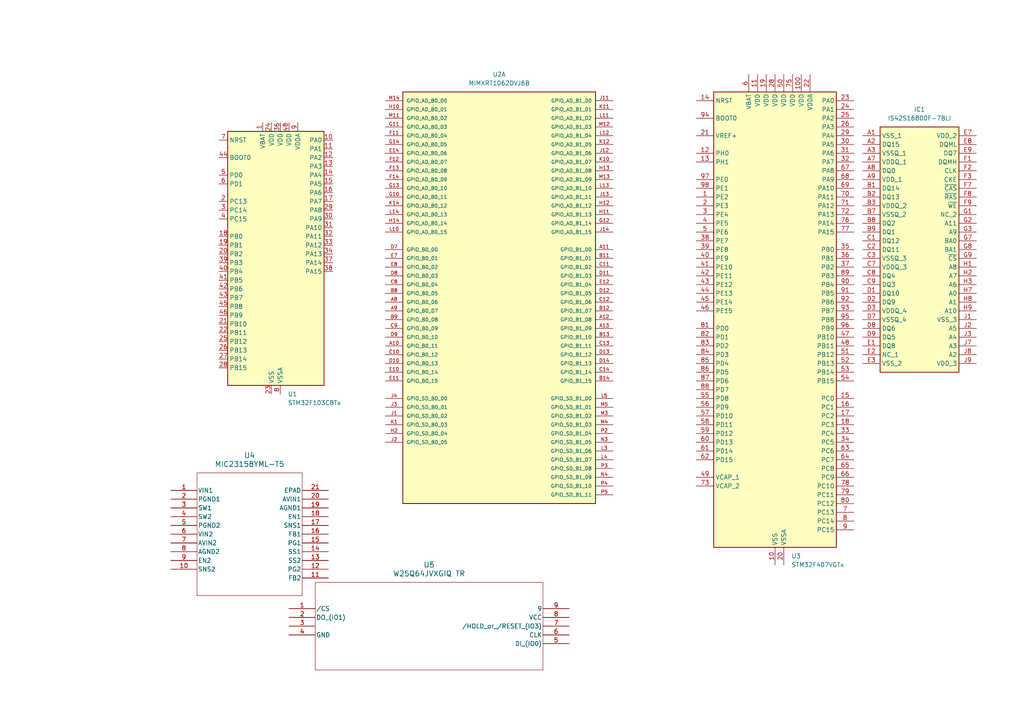
<source format=kicad_sch>
(kicad_sch (version 20231120) (generator "eeschema") (generator_version "8.0")
  (paper "A4")
  (lib_symbols
    (symbol "2024-07-12_15-55-32:MIC23158YML-T5" (pin_names (offset 0.254))
      (property "Reference" "U" (at 22.86 10.16 0))
      (property "Value" "MIC23158YML-T5" (at 22.86 7.62 0))
      (symbol "MIC23158YML-T5_0_1"
        (polyline (pts (xy 7.62 -30.48) (xy 38.1 -30.48)) (stroke (width 0.127)))
        (polyline (pts (xy 7.62 5.08) (xy 7.62 -30.48)) (stroke (width 0.127)))
        (polyline (pts (xy 38.1 -30.48) (xy 38.1 5.08)) (stroke (width 0.127)))
        (polyline (pts (xy 38.1 5.08) (xy 7.62 5.08)) (stroke (width 0.127)))
        (pin input line (at 0 0 0) (length 7.62) (name "VIN1") (number "1"))
        (pin input line (at 0 -22.86 0) (length 7.62) (name "SNS2") (number "10"))
        (pin input line (at 45.72 -25.4 180) (length 7.62) (name "FB2") (number "11"))
        (pin output line (at 45.72 -22.86 180) (length 7.62) (name "PG2") (number "12"))
        (pin unspecified line (at 45.72 -20.32 180) (length 7.62) (name "SS2") (number "13"))
        (pin unspecified line (at 45.72 -17.78 180) (length 7.62) (name "SS1") (number "14"))
        (pin output line (at 45.72 -15.24 180) (length 7.62) (name "PG1") (number "15"))
        (pin input line (at 45.72 -12.7 180) (length 7.62) (name "FB1") (number "16"))
        (pin input line (at 45.72 -10.16 180) (length 7.62) (name "SNS1") (number "17"))
        (pin input line (at 45.72 -7.62 180) (length 7.62) (name "EN1") (number "18"))
        (pin power_in line (at 45.72 -5.08 180) (length 7.62) (name "AGND1") (number "19"))
        (pin power_in line (at 0 -2.54 0) (length 7.62) (name "PGND1") (number "2"))
        (pin input line (at 45.72 -2.54 180) (length 7.62) (name "AVIN1") (number "20"))
        (pin unspecified line (at 45.72 0 180) (length 7.62) (name "EPAD") (number "21"))
        (pin output line (at 0 -5.08 0) (length 7.62) (name "SW1") (number "3"))
        (pin output line (at 0 -7.62 0) (length 7.62) (name "SW2") (number "4"))
        (pin power_in line (at 0 -10.16 0) (length 7.62) (name "PGND2") (number "5"))
        (pin input line (at 0 -12.7 0) (length 7.62) (name "VIN2") (number "6"))
        (pin input line (at 0 -15.24 0) (length 7.62) (name "AVIN2") (number "7"))
        (pin power_in line (at 0 -17.78 0) (length 7.62) (name "AGND2") (number "8"))
        (pin input line (at 0 -20.32 0) (length 7.62) (name "EN2") (number "9"))
      )
    )
    (symbol "2024-07-12_16-00-58:W25Q64JVXGIQ_TR" (pin_names (offset 0.254))
      (property "Reference" "U" (at 40.64 12.7 0))
      (property "Value" "W25Q64JVXGIQ TR" (at 40.64 10.16 0))
      (symbol "W25Q64JVXGIQ_TR_0_1"
        (polyline (pts (xy 7.62 -17.78) (xy 73.66 -17.78)) (stroke (width 0.127)))
        (polyline (pts (xy 7.62 7.62) (xy 7.62 -17.78)) (stroke (width 0.127)))
        (polyline (pts (xy 73.66 -17.78) (xy 73.66 7.62)) (stroke (width 0.127)))
        (polyline (pts (xy 73.66 7.62) (xy 7.62 7.62)) (stroke (width 0.127)))
        (pin unspecified line (at 0 0 0) (length 7.62) (name "/CS") (number "1"))
        (pin unspecified line (at 0 -2.54 0) (length 7.62) (name "DO_(IO1)") (number "2"))
        (pin unspecified line (at 0 -5.08 0) (length 7.62) (name "") (number "3"))
        (pin power_out line (at 0 -7.62 0) (length 7.62) (name "GND") (number "4"))
        (pin unspecified line (at 81.28 -10.16 180) (length 7.62) (name "DI_(IO0)") (number "5"))
        (pin unspecified line (at 81.28 -7.62 180) (length 7.62) (name "CLK") (number "6"))
        (pin unspecified line (at 81.28 -5.08 180) (length 7.62) (name "/HOLD_or_/RESET_(IO3)") (number "7"))
        (pin power_in line (at 81.28 -2.54 180) (length 7.62) (name "VCC") (number "8"))
        (pin unspecified line (at 81.28 0 180) (length 7.62) (name "9") (number "9"))
      )
    )
    (symbol "IS42S16800F-7BLI:IS42S16800F-7BLI"
      (property "Reference" "IC" (at 29.21 7.62 0))
      (property "Value" "IS42S16800F-7BLI" (at 29.21 5.08 0))
      (symbol "IS42S16800F-7BLI_1_1"
        (rectangle (start 5.08 2.54) (end 27.94 -68.58) (stroke (width 0.254)) (fill (type background)))
        (pin passive line (at 0 0 0) (length 5.08) (name "VSS_1") (number "A1"))
        (pin passive line (at 0 -2.54 0) (length 5.08) (name "DQ15") (number "A2"))
        (pin passive line (at 0 -5.08 0) (length 5.08) (name "VSSQ_1") (number "A3"))
        (pin passive line (at 0 -7.62 0) (length 5.08) (name "VDDQ_1") (number "A7"))
        (pin passive line (at 0 -10.16 0) (length 5.08) (name "DQ0") (number "A8"))
        (pin passive line (at 0 -12.7 0) (length 5.08) (name "VDD_1") (number "A9"))
        (pin passive line (at 0 -15.24 0) (length 5.08) (name "DQ14") (number "B1"))
        (pin passive line (at 0 -17.78 0) (length 5.08) (name "DQ13") (number "B2"))
        (pin passive line (at 0 -20.32 0) (length 5.08) (name "VDDQ_2") (number "B3"))
        (pin passive line (at 0 -22.86 0) (length 5.08) (name "VSSQ_2") (number "B7"))
        (pin passive line (at 0 -25.4 0) (length 5.08) (name "DQ2") (number "B8"))
        (pin passive line (at 0 -27.94 0) (length 5.08) (name "DQ1") (number "B9"))
        (pin passive line (at 0 -30.48 0) (length 5.08) (name "DQ12") (number "C1"))
        (pin passive line (at 0 -33.02 0) (length 5.08) (name "DQ11") (number "C2"))
        (pin passive line (at 0 -35.56 0) (length 5.08) (name "VSSQ_3") (number "C3"))
        (pin passive line (at 0 -38.1 0) (length 5.08) (name "VDDQ_3") (number "C7"))
        (pin passive line (at 0 -40.64 0) (length 5.08) (name "DQ4") (number "C8"))
        (pin passive line (at 0 -43.18 0) (length 5.08) (name "DQ3") (number "C9"))
        (pin passive line (at 0 -45.72 0) (length 5.08) (name "DQ10") (number "D1"))
        (pin passive line (at 0 -48.26 0) (length 5.08) (name "DQ9") (number "D2"))
        (pin passive line (at 0 -50.8 0) (length 5.08) (name "VDDQ_4") (number "D3"))
        (pin passive line (at 0 -53.34 0) (length 5.08) (name "VSSQ_4") (number "D7"))
        (pin passive line (at 0 -55.88 0) (length 5.08) (name "DQ6") (number "D8"))
        (pin passive line (at 0 -58.42 0) (length 5.08) (name "DQ5") (number "D9"))
        (pin passive line (at 0 -60.96 0) (length 5.08) (name "DQ8") (number "E1"))
        (pin passive line (at 0 -63.5 0) (length 5.08) (name "NC_1") (number "E2"))
        (pin passive line (at 0 -66.04 0) (length 5.08) (name "VSS_2") (number "E3"))
        (pin passive line (at 33.02 0 180) (length 5.08) (name "VDD_2") (number "E7"))
        (pin passive line (at 33.02 -2.54 180) (length 5.08) (name "DQML") (number "E8"))
        (pin passive line (at 33.02 -5.08 180) (length 5.08) (name "DQ7") (number "E9"))
        (pin passive line (at 33.02 -7.62 180) (length 5.08) (name "DQMH") (number "F1"))
        (pin passive line (at 33.02 -10.16 180) (length 5.08) (name "CLK") (number "F2"))
        (pin passive line (at 33.02 -12.7 180) (length 5.08) (name "CKE") (number "F3"))
        (pin passive line (at 33.02 -15.24 180) (length 5.08) (name "~{CAS}") (number "F7"))
        (pin passive line (at 33.02 -17.78 180) (length 5.08) (name "~{RAS}") (number "F8"))
        (pin passive line (at 33.02 -20.32 180) (length 5.08) (name "~{WE}") (number "F9"))
        (pin passive line (at 33.02 -22.86 180) (length 5.08) (name "NC_2") (number "G1"))
        (pin passive line (at 33.02 -25.4 180) (length 5.08) (name "A11") (number "G2"))
        (pin passive line (at 33.02 -27.94 180) (length 5.08) (name "A9") (number "G3"))
        (pin passive line (at 33.02 -30.48 180) (length 5.08) (name "BA0") (number "G7"))
        (pin passive line (at 33.02 -33.02 180) (length 5.08) (name "BA1") (number "G8"))
        (pin passive line (at 33.02 -35.56 180) (length 5.08) (name "~{CS}") (number "G9"))
        (pin passive line (at 33.02 -38.1 180) (length 5.08) (name "A8") (number "H1"))
        (pin passive line (at 33.02 -40.64 180) (length 5.08) (name "A7") (number "H2"))
        (pin passive line (at 33.02 -43.18 180) (length 5.08) (name "A6") (number "H3"))
        (pin passive line (at 33.02 -45.72 180) (length 5.08) (name "A0") (number "H7"))
        (pin passive line (at 33.02 -48.26 180) (length 5.08) (name "A1") (number "H8"))
        (pin passive line (at 33.02 -50.8 180) (length 5.08) (name "A10") (number "H9"))
        (pin passive line (at 33.02 -53.34 180) (length 5.08) (name "VSS_3") (number "J1"))
        (pin passive line (at 33.02 -55.88 180) (length 5.08) (name "A5") (number "J2"))
        (pin passive line (at 33.02 -58.42 180) (length 5.08) (name "A4") (number "J3"))
        (pin passive line (at 33.02 -60.96 180) (length 5.08) (name "A3") (number "J7"))
        (pin passive line (at 33.02 -63.5 180) (length 5.08) (name "A2") (number "J8"))
        (pin passive line (at 33.02 -66.04 180) (length 5.08) (name "VDD_3") (number "J9"))
      )
    )
    (symbol "MCU_ST_STM32F1:STM32F103C8Tx"
      (property "Reference" "U" (at -12.7 39.37 0))
      (property "Value" "STM32F103C8Tx" (at 10.16 39.37 0))
      (symbol "STM32F103C8Tx_0_1"
        (rectangle (start -12.7 -35.56) (end 15.24 38.1) (stroke (width 0.254)) (fill (type background)))
      )
      (symbol "STM32F103C8Tx_1_1"
        (pin power_in line (at -2.54 40.64 270) (length 2.54) (name "VBAT") (number "1"))
        (pin bidirectional line (at 17.78 35.56 180) (length 2.54) (name "PA0") (number "10"))
        (pin bidirectional line (at 17.78 33.02 180) (length 2.54) (name "PA1") (number "11"))
        (pin bidirectional line (at 17.78 30.48 180) (length 2.54) (name "PA2") (number "12"))
        (pin bidirectional line (at 17.78 27.94 180) (length 2.54) (name "PA3") (number "13"))
        (pin bidirectional line (at 17.78 25.4 180) (length 2.54) (name "PA4") (number "14"))
        (pin bidirectional line (at 17.78 22.86 180) (length 2.54) (name "PA5") (number "15"))
        (pin bidirectional line (at 17.78 20.32 180) (length 2.54) (name "PA6") (number "16"))
        (pin bidirectional line (at 17.78 17.78 180) (length 2.54) (name "PA7") (number "17"))
        (pin bidirectional line (at -15.24 7.62 0) (length 2.54) (name "PB0") (number "18"))
        (pin bidirectional line (at -15.24 5.08 0) (length 2.54) (name "PB1") (number "19"))
        (pin bidirectional line (at -15.24 17.78 0) (length 2.54) (name "PC13") (number "2"))
        (pin bidirectional line (at -15.24 2.54 0) (length 2.54) (name "PB2") (number "20"))
        (pin bidirectional line (at -15.24 -17.78 0) (length 2.54) (name "PB10") (number "21"))
        (pin bidirectional line (at -15.24 -20.32 0) (length 2.54) (name "PB11") (number "22"))
        (pin power_in line (at 0 -38.1 90) (length 2.54) (name "VSS") (number "23"))
        (pin power_in line (at 0 40.64 270) (length 2.54) (name "VDD") (number "24"))
        (pin bidirectional line (at -15.24 -22.86 0) (length 2.54) (name "PB12") (number "25"))
        (pin bidirectional line (at -15.24 -25.4 0) (length 2.54) (name "PB13") (number "26"))
        (pin bidirectional line (at -15.24 -27.94 0) (length 2.54) (name "PB14") (number "27"))
        (pin bidirectional line (at -15.24 -30.48 0) (length 2.54) (name "PB15") (number "28"))
        (pin bidirectional line (at 17.78 15.24 180) (length 2.54) (name "PA8") (number "29"))
        (pin bidirectional line (at -15.24 15.24 0) (length 2.54) (name "PC14") (number "3"))
        (pin bidirectional line (at 17.78 12.7 180) (length 2.54) (name "PA9") (number "30"))
        (pin bidirectional line (at 17.78 10.16 180) (length 2.54) (name "PA10") (number "31"))
        (pin bidirectional line (at 17.78 7.62 180) (length 2.54) (name "PA11") (number "32"))
        (pin bidirectional line (at 17.78 5.08 180) (length 2.54) (name "PA12") (number "33"))
        (pin bidirectional line (at 17.78 2.54 180) (length 2.54) (name "PA13") (number "34"))
        (pin passive line (at 0 -38.1 90) (length 2.54) hide (name "VSS") (number "35"))
        (pin power_in line (at 2.54 40.64 270) (length 2.54) (name "VDD") (number "36"))
        (pin bidirectional line (at 17.78 0 180) (length 2.54) (name "PA14") (number "37"))
        (pin bidirectional line (at 17.78 -2.54 180) (length 2.54) (name "PA15") (number "38"))
        (pin bidirectional line (at -15.24 0 0) (length 2.54) (name "PB3") (number "39"))
        (pin bidirectional line (at -15.24 12.7 0) (length 2.54) (name "PC15") (number "4"))
        (pin bidirectional line (at -15.24 -2.54 0) (length 2.54) (name "PB4") (number "40"))
        (pin bidirectional line (at -15.24 -5.08 0) (length 2.54) (name "PB5") (number "41"))
        (pin bidirectional line (at -15.24 -7.62 0) (length 2.54) (name "PB6") (number "42"))
        (pin bidirectional line (at -15.24 -10.16 0) (length 2.54) (name "PB7") (number "43"))
        (pin input line (at -15.24 30.48 0) (length 2.54) (name "BOOT0") (number "44"))
        (pin bidirectional line (at -15.24 -12.7 0) (length 2.54) (name "PB8") (number "45"))
        (pin bidirectional line (at -15.24 -15.24 0) (length 2.54) (name "PB9") (number "46"))
        (pin passive line (at 0 -38.1 90) (length 2.54) hide (name "VSS") (number "47"))
        (pin power_in line (at 5.08 40.64 270) (length 2.54) (name "VDD") (number "48"))
        (pin bidirectional line (at -15.24 25.4 0) (length 2.54) (name "PD0") (number "5"))
        (pin bidirectional line (at -15.24 22.86 0) (length 2.54) (name "PD1") (number "6"))
        (pin input line (at -15.24 35.56 0) (length 2.54) (name "NRST") (number "7"))
        (pin power_in line (at 2.54 -38.1 90) (length 2.54) (name "VSSA") (number "8"))
        (pin power_in line (at 7.62 40.64 270) (length 2.54) (name "VDDA") (number "9"))
      )
    )
    (symbol "MCU_ST_STM32F4:STM32F407VGTx"
      (property "Reference" "U" (at -17.78 67.31 0))
      (property "Value" "STM32F407VGTx" (at 12.7 67.31 0))
      (symbol "STM32F407VGTx_0_1"
        (rectangle (start -17.78 -66.04) (end 17.78 66.04) (stroke (width 0.254)) (fill (type background)))
      )
      (symbol "STM32F407VGTx_1_1"
        (pin bidirectional line (at -22.86 35.56 0) (length 5.08) (name "PE2") (number "1"))
        (pin power_in line (at 0 -71.12 90) (length 5.08) (name "VSS") (number "10"))
        (pin power_in line (at 7.62 71.12 270) (length 5.08) (name "VDD") (number "100"))
        (pin power_in line (at -5.08 71.12 270) (length 5.08) (name "VDD") (number "11"))
        (pin bidirectional line (at -22.86 48.26 0) (length 5.08) (name "PH0") (number "12"))
        (pin bidirectional line (at -22.86 45.72 0) (length 5.08) (name "PH1") (number "13"))
        (pin input line (at -22.86 63.5 0) (length 5.08) (name "NRST") (number "14"))
        (pin bidirectional line (at 22.86 -22.86 180) (length 5.08) (name "PC0") (number "15"))
        (pin bidirectional line (at 22.86 -25.4 180) (length 5.08) (name "PC1") (number "16"))
        (pin bidirectional line (at 22.86 -27.94 180) (length 5.08) (name "PC2") (number "17"))
        (pin bidirectional line (at 22.86 -30.48 180) (length 5.08) (name "PC3") (number "18"))
        (pin power_in line (at -2.54 71.12 270) (length 5.08) (name "VDD") (number "19"))
        (pin bidirectional line (at -22.86 33.02 0) (length 5.08) (name "PE3") (number "2"))
        (pin power_in line (at 2.54 -71.12 90) (length 5.08) (name "VSSA") (number "20"))
        (pin input line (at -22.86 53.34 0) (length 5.08) (name "VREF+") (number "21"))
        (pin power_in line (at 10.16 71.12 270) (length 5.08) (name "VDDA") (number "22"))
        (pin bidirectional line (at 22.86 63.5 180) (length 5.08) (name "PA0") (number "23"))
        (pin bidirectional line (at 22.86 60.96 180) (length 5.08) (name "PA1") (number "24"))
        (pin bidirectional line (at 22.86 58.42 180) (length 5.08) (name "PA2") (number "25"))
        (pin bidirectional line (at 22.86 55.88 180) (length 5.08) (name "PA3") (number "26"))
        (pin passive line (at 0 -71.12 90) (length 5.08) hide (name "VSS") (number "27"))
        (pin power_in line (at 0 71.12 270) (length 5.08) (name "VDD") (number "28"))
        (pin bidirectional line (at 22.86 53.34 180) (length 5.08) (name "PA4") (number "29"))
        (pin bidirectional line (at -22.86 30.48 0) (length 5.08) (name "PE4") (number "3"))
        (pin bidirectional line (at 22.86 50.8 180) (length 5.08) (name "PA5") (number "30"))
        (pin bidirectional line (at 22.86 48.26 180) (length 5.08) (name "PA6") (number "31"))
        (pin bidirectional line (at 22.86 45.72 180) (length 5.08) (name "PA7") (number "32"))
        (pin bidirectional line (at 22.86 -33.02 180) (length 5.08) (name "PC4") (number "33"))
        (pin bidirectional line (at 22.86 -35.56 180) (length 5.08) (name "PC5") (number "34"))
        (pin bidirectional line (at 22.86 20.32 180) (length 5.08) (name "PB0") (number "35"))
        (pin bidirectional line (at 22.86 17.78 180) (length 5.08) (name "PB1") (number "36"))
        (pin bidirectional line (at 22.86 15.24 180) (length 5.08) (name "PB2") (number "37"))
        (pin bidirectional line (at -22.86 22.86 0) (length 5.08) (name "PE7") (number "38"))
        (pin bidirectional line (at -22.86 20.32 0) (length 5.08) (name "PE8") (number "39"))
        (pin bidirectional line (at -22.86 27.94 0) (length 5.08) (name "PE5") (number "4"))
        (pin bidirectional line (at -22.86 17.78 0) (length 5.08) (name "PE9") (number "40"))
        (pin bidirectional line (at -22.86 15.24 0) (length 5.08) (name "PE10") (number "41"))
        (pin bidirectional line (at -22.86 12.7 0) (length 5.08) (name "PE11") (number "42"))
        (pin bidirectional line (at -22.86 10.16 0) (length 5.08) (name "PE12") (number "43"))
        (pin bidirectional line (at -22.86 7.62 0) (length 5.08) (name "PE13") (number "44"))
        (pin bidirectional line (at -22.86 5.08 0) (length 5.08) (name "PE14") (number "45"))
        (pin bidirectional line (at -22.86 2.54 0) (length 5.08) (name "PE15") (number "46"))
        (pin bidirectional line (at 22.86 -5.08 180) (length 5.08) (name "PB10") (number "47"))
        (pin bidirectional line (at 22.86 -7.62 180) (length 5.08) (name "PB11") (number "48"))
        (pin power_out line (at -22.86 -45.72 0) (length 5.08) (name "VCAP_1") (number "49"))
        (pin bidirectional line (at -22.86 25.4 0) (length 5.08) (name "PE6") (number "5"))
        (pin power_in line (at 2.54 71.12 270) (length 5.08) (name "VDD") (number "50"))
        (pin bidirectional line (at 22.86 -10.16 180) (length 5.08) (name "PB12") (number "51"))
        (pin bidirectional line (at 22.86 -12.7 180) (length 5.08) (name "PB13") (number "52"))
        (pin bidirectional line (at 22.86 -15.24 180) (length 5.08) (name "PB14") (number "53"))
        (pin bidirectional line (at 22.86 -17.78 180) (length 5.08) (name "PB15") (number "54"))
        (pin bidirectional line (at -22.86 -22.86 0) (length 5.08) (name "PD8") (number "55"))
        (pin bidirectional line (at -22.86 -25.4 0) (length 5.08) (name "PD9") (number "56"))
        (pin bidirectional line (at -22.86 -27.94 0) (length 5.08) (name "PD10") (number "57"))
        (pin bidirectional line (at -22.86 -30.48 0) (length 5.08) (name "PD11") (number "58"))
        (pin bidirectional line (at -22.86 -33.02 0) (length 5.08) (name "PD12") (number "59"))
        (pin power_in line (at -7.62 71.12 270) (length 5.08) (name "VBAT") (number "6"))
        (pin bidirectional line (at -22.86 -35.56 0) (length 5.08) (name "PD13") (number "60"))
        (pin bidirectional line (at -22.86 -38.1 0) (length 5.08) (name "PD14") (number "61"))
        (pin bidirectional line (at -22.86 -40.64 0) (length 5.08) (name "PD15") (number "62"))
        (pin bidirectional line (at 22.86 -38.1 180) (length 5.08) (name "PC6") (number "63"))
        (pin bidirectional line (at 22.86 -40.64 180) (length 5.08) (name "PC7") (number "64"))
        (pin bidirectional line (at 22.86 -43.18 180) (length 5.08) (name "PC8") (number "65"))
        (pin bidirectional line (at 22.86 -45.72 180) (length 5.08) (name "PC9") (number "66"))
        (pin bidirectional line (at 22.86 43.18 180) (length 5.08) (name "PA8") (number "67"))
        (pin bidirectional line (at 22.86 40.64 180) (length 5.08) (name "PA9") (number "68"))
        (pin bidirectional line (at 22.86 38.1 180) (length 5.08) (name "PA10") (number "69"))
        (pin bidirectional line (at 22.86 -55.88 180) (length 5.08) (name "PC13") (number "7"))
        (pin bidirectional line (at 22.86 35.56 180) (length 5.08) (name "PA11") (number "70"))
        (pin bidirectional line (at 22.86 33.02 180) (length 5.08) (name "PA12") (number "71"))
        (pin bidirectional line (at 22.86 30.48 180) (length 5.08) (name "PA13") (number "72"))
        (pin power_out line (at -22.86 -48.26 0) (length 5.08) (name "VCAP_2") (number "73"))
        (pin passive line (at 0 -71.12 90) (length 5.08) hide (name "VSS") (number "74"))
        (pin power_in line (at 5.08 71.12 270) (length 5.08) (name "VDD") (number "75"))
        (pin bidirectional line (at 22.86 27.94 180) (length 5.08) (name "PA14") (number "76"))
        (pin bidirectional line (at 22.86 25.4 180) (length 5.08) (name "PA15") (number "77"))
        (pin bidirectional line (at 22.86 -48.26 180) (length 5.08) (name "PC10") (number "78"))
        (pin bidirectional line (at 22.86 -50.8 180) (length 5.08) (name "PC11") (number "79"))
        (pin bidirectional line (at 22.86 -58.42 180) (length 5.08) (name "PC14") (number "8"))
        (pin bidirectional line (at 22.86 -53.34 180) (length 5.08) (name "PC12") (number "80"))
        (pin bidirectional line (at -22.86 -2.54 0) (length 5.08) (name "PD0") (number "81"))
        (pin bidirectional line (at -22.86 -5.08 0) (length 5.08) (name "PD1") (number "82"))
        (pin bidirectional line (at -22.86 -7.62 0) (length 5.08) (name "PD2") (number "83"))
        (pin bidirectional line (at -22.86 -10.16 0) (length 5.08) (name "PD3") (number "84"))
        (pin bidirectional line (at -22.86 -12.7 0) (length 5.08) (name "PD4") (number "85"))
        (pin bidirectional line (at -22.86 -15.24 0) (length 5.08) (name "PD5") (number "86"))
        (pin bidirectional line (at -22.86 -17.78 0) (length 5.08) (name "PD6") (number "87"))
        (pin bidirectional line (at -22.86 -20.32 0) (length 5.08) (name "PD7") (number "88"))
        (pin bidirectional line (at 22.86 12.7 180) (length 5.08) (name "PB3") (number "89"))
        (pin bidirectional line (at 22.86 -60.96 180) (length 5.08) (name "PC15") (number "9"))
        (pin bidirectional line (at 22.86 10.16 180) (length 5.08) (name "PB4") (number "90"))
        (pin bidirectional line (at 22.86 7.62 180) (length 5.08) (name "PB5") (number "91"))
        (pin bidirectional line (at 22.86 5.08 180) (length 5.08) (name "PB6") (number "92"))
        (pin bidirectional line (at 22.86 2.54 180) (length 5.08) (name "PB7") (number "93"))
        (pin input line (at -22.86 58.42 0) (length 5.08) (name "BOOT0") (number "94"))
        (pin bidirectional line (at 22.86 0 180) (length 5.08) (name "PB8") (number "95"))
        (pin bidirectional line (at 22.86 -2.54 180) (length 5.08) (name "PB9") (number "96"))
        (pin bidirectional line (at -22.86 40.64 0) (length 5.08) (name "PE0") (number "97"))
        (pin bidirectional line (at -22.86 38.1 0) (length 5.08) (name "PE1") (number "98"))
        (pin passive line (at 0 -71.12 90) (length 5.08) hide (name "VSS") (number "99"))
      )
    )
    (symbol "MIMXRT1062DVJ6B:MIMXRT1062DVJ6B" (pin_names (offset 1.016))
      (property "Reference" "U" (at -28.0011 59.312 0))
      (property "Value" "MIMXRT1062DVJ6B" (at -27.9864 -63.702 0))
      (symbol "MIMXRT1062DVJ6B_1_0"
        (rectangle (start -27.94 -60.96) (end 27.94 58.42) (stroke (width 0.254)) (fill (type background)))
        (pin bidirectional line (at -33.02 -15.24 0) (length 5.08) (name "GPIO_B0_11") (number "A10"))
        (pin bidirectional line (at 33.02 12.7 180) (length 5.08) (name "GPIO_B1_00") (number "A11"))
        (pin bidirectional line (at 33.02 -7.62 180) (length 5.08) (name "GPIO_B1_08") (number "A12"))
        (pin bidirectional line (at 33.02 -10.16 180) (length 5.08) (name "GPIO_B1_09") (number "A13"))
        (pin bidirectional line (at -33.02 -2.54 0) (length 5.08) (name "GPIO_B0_06") (number "A8"))
        (pin bidirectional line (at -33.02 -5.08 0) (length 5.08) (name "GPIO_B0_07") (number "A9"))
        (pin bidirectional line (at 33.02 10.16 180) (length 5.08) (name "GPIO_B1_01") (number "B11"))
        (pin bidirectional line (at 33.02 -5.08 180) (length 5.08) (name "GPIO_B1_07") (number "B12"))
        (pin bidirectional line (at 33.02 -12.7 180) (length 5.08) (name "GPIO_B1_10") (number "B13"))
        (pin bidirectional line (at 33.02 -25.4 180) (length 5.08) (name "GPIO_B1_15") (number "B14"))
        (pin bidirectional line (at -33.02 0 0) (length 5.08) (name "GPIO_B0_05") (number "B8"))
        (pin bidirectional line (at -33.02 -7.62 0) (length 5.08) (name "GPIO_B0_08") (number "B9"))
        (pin bidirectional line (at -33.02 -17.78 0) (length 5.08) (name "GPIO_B0_12") (number "C10"))
        (pin bidirectional line (at 33.02 7.62 180) (length 5.08) (name "GPIO_B1_02") (number "C11"))
        (pin bidirectional line (at 33.02 -2.54 180) (length 5.08) (name "GPIO_B1_06") (number "C12"))
        (pin bidirectional line (at 33.02 -15.24 180) (length 5.08) (name "GPIO_B1_11") (number "C13"))
        (pin bidirectional line (at 33.02 -22.86 180) (length 5.08) (name "GPIO_B1_14") (number "C14"))
        (pin bidirectional line (at -33.02 2.54 0) (length 5.08) (name "GPIO_B0_04") (number "C8"))
        (pin bidirectional line (at -33.02 -10.16 0) (length 5.08) (name "GPIO_B0_09") (number "C9"))
        (pin bidirectional line (at -33.02 -20.32 0) (length 5.08) (name "GPIO_B0_13") (number "D10"))
        (pin bidirectional line (at 33.02 5.08 180) (length 5.08) (name "GPIO_B1_03") (number "D11"))
        (pin bidirectional line (at 33.02 0 180) (length 5.08) (name "GPIO_B1_05") (number "D12"))
        (pin bidirectional line (at 33.02 -17.78 180) (length 5.08) (name "GPIO_B1_12") (number "D13"))
        (pin bidirectional line (at 33.02 -20.32 180) (length 5.08) (name "GPIO_B1_13") (number "D14"))
        (pin bidirectional line (at -33.02 12.7 0) (length 5.08) (name "GPIO_B0_00") (number "D7"))
        (pin bidirectional line (at -33.02 5.08 0) (length 5.08) (name "GPIO_B0_03") (number "D8"))
        (pin bidirectional line (at -33.02 -12.7 0) (length 5.08) (name "GPIO_B0_10") (number "D9"))
        (pin bidirectional line (at -33.02 -22.86 0) (length 5.08) (name "GPIO_B0_14") (number "E10"))
        (pin bidirectional line (at -33.02 -25.4 0) (length 5.08) (name "GPIO_B0_15") (number "E11"))
        (pin bidirectional line (at 33.02 2.54 180) (length 5.08) (name "GPIO_B1_04") (number "E12"))
        (pin bidirectional line (at -33.02 40.64 0) (length 5.08) (name "GPIO_AD_B0_06") (number "E14"))
        (pin bidirectional line (at -33.02 10.16 0) (length 5.08) (name "GPIO_B0_01") (number "E7"))
        (pin bidirectional line (at -33.02 7.62 0) (length 5.08) (name "GPIO_B0_02") (number "E8"))
        (pin bidirectional line (at -33.02 45.72 0) (length 5.08) (name "GPIO_AD_B0_04") (number "F11"))
        (pin bidirectional line (at -33.02 38.1 0) (length 5.08) (name "GPIO_AD_B0_07") (number "F12"))
        (pin bidirectional line (at -33.02 35.56 0) (length 5.08) (name "GPIO_AD_B0_08") (number "F13"))
        (pin bidirectional line (at -33.02 33.02 0) (length 5.08) (name "GPIO_AD_B0_09") (number "F14"))
        (pin bidirectional line (at -33.02 27.94 0) (length 5.08) (name "GPIO_AD_B0_11") (number "G10"))
        (pin bidirectional line (at -33.02 48.26 0) (length 5.08) (name "GPIO_AD_B0_03") (number "G11"))
        (pin bidirectional line (at 33.02 20.32 180) (length 5.08) (name "GPIO_AD_B1_14") (number "G12"))
        (pin bidirectional line (at -33.02 30.48 0) (length 5.08) (name "GPIO_AD_B0_10") (number "G13"))
        (pin bidirectional line (at -33.02 43.18 0) (length 5.08) (name "GPIO_AD_B0_05") (number "G14"))
        (pin bidirectional line (at -33.02 53.34 0) (length 5.08) (name "GPIO_AD_B0_01") (number "H10"))
        (pin bidirectional line (at 33.02 22.86 180) (length 5.08) (name "GPIO_AD_B1_13") (number "H11"))
        (pin bidirectional line (at 33.02 25.4 180) (length 5.08) (name "GPIO_AD_B1_12") (number "H12"))
        (pin bidirectional line (at 33.02 35.56 180) (length 5.08) (name "GPIO_AD_B1_08") (number "H13"))
        (pin bidirectional line (at -33.02 20.32 0) (length 5.08) (name "GPIO_AD_B0_14") (number "H14"))
        (pin bidirectional line (at -33.02 -40.64 0) (length 5.08) (name "GPIO_SD_B0_04") (number "H2"))
        (pin bidirectional line (at -33.02 -35.56 0) (length 5.08) (name "GPIO_SD_B0_02") (number "J1"))
        (pin bidirectional line (at 33.02 55.88 180) (length 5.08) (name "GPIO_AD_B1_00") (number "J11"))
        (pin bidirectional line (at 33.02 40.64 180) (length 5.08) (name "GPIO_AD_B1_06") (number "J12"))
        (pin bidirectional line (at 33.02 27.94 180) (length 5.08) (name "GPIO_AD_B1_11") (number "J13"))
        (pin bidirectional line (at 33.02 17.78 180) (length 5.08) (name "GPIO_AD_B1_15") (number "J14"))
        (pin bidirectional line (at -33.02 -43.18 0) (length 5.08) (name "GPIO_SD_B0_05") (number "J2"))
        (pin bidirectional line (at -33.02 -33.02 0) (length 5.08) (name "GPIO_SD_B0_01") (number "J3"))
        (pin bidirectional line (at -33.02 -30.48 0) (length 5.08) (name "GPIO_SD_B0_00") (number "J4"))
        (pin bidirectional line (at -33.02 -38.1 0) (length 5.08) (name "GPIO_SD_B0_03") (number "K1"))
        (pin bidirectional line (at 33.02 38.1 180) (length 5.08) (name "GPIO_AD_B1_07") (number "K10"))
        (pin bidirectional line (at 33.02 53.34 180) (length 5.08) (name "GPIO_AD_B1_01") (number "K11"))
        (pin bidirectional line (at 33.02 43.18 180) (length 5.08) (name "GPIO_AD_B1_05") (number "K12"))
        (pin bidirectional line (at -33.02 25.4 0) (length 5.08) (name "GPIO_AD_B0_12") (number "K14"))
        (pin bidirectional line (at -33.02 17.78 0) (length 5.08) (name "GPIO_AD_B0_15") (number "L10"))
        (pin bidirectional line (at 33.02 50.8 180) (length 5.08) (name "GPIO_AD_B1_02") (number "L11"))
        (pin bidirectional line (at 33.02 45.72 180) (length 5.08) (name "GPIO_AD_B1_04") (number "L12"))
        (pin bidirectional line (at 33.02 30.48 180) (length 5.08) (name "GPIO_AD_B1_10") (number "L13"))
        (pin bidirectional line (at -33.02 22.86 0) (length 5.08) (name "GPIO_AD_B0_13") (number "L14"))
        (pin bidirectional line (at 33.02 -45.72 180) (length 5.08) (name "GPIO_SD_B1_06") (number "L3"))
        (pin bidirectional line (at 33.02 -48.26 180) (length 5.08) (name "GPIO_SD_B1_07") (number "L4"))
        (pin bidirectional line (at 33.02 -30.48 180) (length 5.08) (name "GPIO_SD_B1_00") (number "L5"))
        (pin bidirectional line (at -33.02 50.8 0) (length 5.08) (name "GPIO_AD_B0_02") (number "M11"))
        (pin bidirectional line (at 33.02 48.26 180) (length 5.08) (name "GPIO_AD_B1_03") (number "M12"))
        (pin bidirectional line (at 33.02 33.02 180) (length 5.08) (name "GPIO_AD_B1_09") (number "M13"))
        (pin bidirectional line (at -33.02 55.88 0) (length 5.08) (name "GPIO_AD_B0_00") (number "M14"))
        (pin bidirectional line (at 33.02 -35.56 180) (length 5.08) (name "GPIO_SD_B1_02") (number "M3"))
        (pin bidirectional line (at 33.02 -38.1 180) (length 5.08) (name "GPIO_SD_B1_03") (number "M4"))
        (pin bidirectional line (at 33.02 -33.02 180) (length 5.08) (name "GPIO_SD_B1_01") (number "M5"))
        (pin bidirectional line (at 33.02 -43.18 180) (length 5.08) (name "GPIO_SD_B1_05") (number "N3"))
        (pin bidirectional line (at 33.02 -53.34 180) (length 5.08) (name "GPIO_SD_B1_09") (number "N4"))
        (pin bidirectional line (at 33.02 -40.64 180) (length 5.08) (name "GPIO_SD_B1_04") (number "P2"))
        (pin bidirectional line (at 33.02 -50.8 180) (length 5.08) (name "GPIO_SD_B1_08") (number "P3"))
        (pin bidirectional line (at 33.02 -55.88 180) (length 5.08) (name "GPIO_SD_B1_10") (number "P4"))
        (pin bidirectional line (at 33.02 -58.42 180) (length 5.08) (name "GPIO_SD_B1_11") (number "P5"))
      )
      (symbol "MIMXRT1062DVJ6B_2_0"
        (rectangle (start -27.94 -71.12) (end 27.94 71.12) (stroke (width 0.254)) (fill (type background)))
        (pin power_in line (at 33.02 -68.58 180) (length 5.08) (name "VSS") (number "A1"))
        (pin power_in line (at 33.02 -68.58 180) (length 5.08) (name "VSS") (number "A14"))
        (pin bidirectional line (at 33.02 -22.86 180) (length 5.08) (name "GPIO_EMC_27") (number "A2"))
        (pin bidirectional line (at -33.02 -60.96 0) (length 5.08) (name "GPIO_EMC_20") (number "A3"))
        (pin bidirectional line (at -33.02 -53.34 0) (length 5.08) (name "GPIO_EMC_17") (number "A4"))
        (pin bidirectional line (at -33.02 -50.8 0) (length 5.08) (name "GPIO_EMC_16") (number "A5"))
        (pin bidirectional line (at -33.02 -43.18 0) (length 5.08) (name "GPIO_EMC_13") (number "A6"))
        (pin bidirectional line (at 33.02 -55.88 180) (length 5.08) (name "GPIO_EMC_40") (number "A7"))
        (pin bidirectional line (at -33.02 -48.26 0) (length 5.08) (name "GPIO_EMC_15") (number "B1"))
        (pin power_in line (at 33.02 -68.58 180) (length 5.08) (name "VSS") (number "B10"))
        (pin bidirectional line (at -33.02 -55.88 0) (length 5.08) (name "GPIO_EMC_18") (number "B2"))
        (pin bidirectional line (at 33.02 -20.32 180) (length 5.08) (name "GPIO_EMC_26") (number "B3"))
        (pin bidirectional line (at -33.02 -58.42 0) (length 5.08) (name "GPIO_EMC_19") (number "B4"))
        (pin power_in line (at 33.02 -68.58 180) (length 5.08) (name "VSS") (number "B5"))
        (pin bidirectional line (at -33.02 -45.72 0) (length 5.08) (name "GPIO_EMC_14") (number "B6"))
        (pin bidirectional line (at 33.02 -53.34 180) (length 5.08) (name "GPIO_EMC_39") (number "B7"))
        (pin bidirectional line (at 33.02 -7.62 180) (length 5.08) (name "GPIO_EMC_21") (number "C1"))
        (pin bidirectional line (at -33.02 -33.02 0) (length 5.08) (name "GPIO_EMC_09") (number "C2"))
        (pin bidirectional line (at 33.02 -45.72 180) (length 5.08) (name "GPIO_EMC_36") (number "C3"))
        (pin bidirectional line (at 33.02 -38.1 180) (length 5.08) (name "GPIO_EMC_33") (number "C4"))
        (pin bidirectional line (at 33.02 -33.02 180) (length 5.08) (name "GPIO_EMC_31") (number "C5"))
        (pin bidirectional line (at 33.02 -30.48 180) (length 5.08) (name "GPIO_EMC_30") (number "C6"))
        (pin bidirectional line (at 33.02 -58.42 180) (length 5.08) (name "GPIO_EMC_41") (number "C7"))
        (pin bidirectional line (at 33.02 -25.4 180) (length 5.08) (name "GPIO_EMC_28") (number "D1"))
        (pin bidirectional line (at 33.02 -17.78 180) (length 5.08) (name "GPIO_EMC_25") (number "D2"))
        (pin bidirectional line (at 33.02 -15.24 180) (length 5.08) (name "GPIO_EMC_24") (number "D3"))
        (pin bidirectional line (at 33.02 -40.64 180) (length 5.08) (name "GPIO_EMC_34") (number "D4"))
        (pin bidirectional line (at 33.02 -35.56 180) (length 5.08) (name "GPIO_EMC_32") (number "D5"))
        (pin bidirectional line (at 33.02 -50.8 180) (length 5.08) (name "GPIO_EMC_38") (number "D6"))
        (pin bidirectional line (at 33.02 -27.94 180) (length 5.08) (name "GPIO_EMC_29") (number "E1"))
        (pin power_in line (at 33.02 -68.58 180) (length 5.08) (name "VSS") (number "E13"))
        (pin power_in line (at 33.02 -68.58 180) (length 5.08) (name "VSS") (number "E2"))
        (pin bidirectional line (at -33.02 -10.16 0) (length 5.08) (name "GPIO_EMC_00") (number "E3"))
        (pin bidirectional line (at 33.02 -48.26 180) (length 5.08) (name "GPIO_EMC_37") (number "E4"))
        (pin bidirectional line (at 33.02 -43.18 180) (length 5.08) (name "GPIO_EMC_35") (number "E5"))
        (pin power_in line (at 33.02 38.1 180) (length 5.08) (name "NVCC_EMC") (number "E6"))
        (pin power_in line (at 33.02 35.56 180) (length 5.08) (name "NVCC_GPIO") (number "E9"))
        (pin bidirectional line (at 33.02 -10.16 180) (length 5.08) (name "GPIO_EMC_22") (number "F1"))
        (pin power_in line (at 33.02 35.56 180) (length 5.08) (name "NVCC_GPIO") (number "F10"))
        (pin bidirectional line (at -33.02 -20.32 0) (length 5.08) (name "GPIO_EMC_04") (number "F2"))
        (pin bidirectional line (at -33.02 -12.7 0) (length 5.08) (name "GPIO_EMC_01") (number "F3"))
        (pin bidirectional line (at -33.02 -15.24 0) (length 5.08) (name "GPIO_EMC_02") (number "F4"))
        (pin power_in line (at 33.02 38.1 180) (length 5.08) (name "NVCC_EMC") (number "F5"))
        (pin power_in line (at 33.02 55.88 180) (length 5.08) (name "VDD_SOC_IN") (number "F6"))
        (pin power_in line (at 33.02 55.88 180) (length 5.08) (name "VDD_SOC_IN") (number "F7"))
        (pin power_in line (at 33.02 55.88 180) (length 5.08) (name "VDD_SOC_IN") (number "F8"))
        (pin power_in line (at 33.02 55.88 180) (length 5.08) (name "VDD_SOC_IN") (number "F9"))
        (pin bidirectional line (at -33.02 -35.56 0) (length 5.08) (name "GPIO_EMC_10") (number "G1"))
        (pin bidirectional line (at 33.02 -12.7 180) (length 5.08) (name "GPIO_EMC_23") (number "G2"))
        (pin bidirectional line (at -33.02 -38.1 0) (length 5.08) (name "GPIO_EMC_11") (number "G3"))
        (pin bidirectional line (at -33.02 -17.78 0) (length 5.08) (name "GPIO_EMC_03") (number "G4"))
        (pin bidirectional line (at -33.02 -22.86 0) (length 5.08) (name "GPIO_EMC_05") (number "G5"))
        (pin power_in line (at 33.02 55.88 180) (length 5.08) (name "VDD_SOC_IN") (number "G6"))
        (pin power_in line (at 33.02 -68.58 180) (length 5.08) (name "VSS") (number "G7"))
        (pin power_in line (at 33.02 -68.58 180) (length 5.08) (name "VSS") (number "G8"))
        (pin power_in line (at 33.02 55.88 180) (length 5.08) (name "VDD_SOC_IN") (number "G9"))
        (pin bidirectional line (at -33.02 -40.64 0) (length 5.08) (name "GPIO_EMC_12") (number "H1"))
        (pin bidirectional line (at -33.02 -30.48 0) (length 5.08) (name "GPIO_EMC_08") (number "H3"))
        (pin bidirectional line (at -33.02 -27.94 0) (length 5.08) (name "GPIO_EMC_07") (number "H4"))
        (pin bidirectional line (at -33.02 -25.4 0) (length 5.08) (name "GPIO_EMC_06") (number "H5"))
        (pin power_in line (at 33.02 55.88 180) (length 5.08) (name "VDD_SOC_IN") (number "H6"))
        (pin power_in line (at 33.02 -68.58 180) (length 5.08) (name "VSS") (number "H7"))
        (pin power_in line (at 33.02 -68.58 180) (length 5.08) (name "VSS") (number "H8"))
        (pin power_in line (at 33.02 55.88 180) (length 5.08) (name "VDD_SOC_IN") (number "H9"))
        (pin power_in line (at 33.02 35.56 180) (length 5.08) (name "NVCC_GPIO") (number "J10"))
        (pin power_in line (at 33.02 40.64 180) (length 5.08) (name "DCDC_SENSE") (number "J5"))
        (pin power_in line (at 33.02 30.48 180) (length 5.08) (name "NVCC_SD0") (number "J6"))
        (pin power_in line (at 33.02 -68.58 180) (length 5.08) (name "VSS") (number "J7"))
        (pin power_in line (at 33.02 -68.58 180) (length 5.08) (name "VSS") (number "J8"))
        (pin power_in line (at 33.02 55.88 180) (length 5.08) (name "VDD_SOC_IN") (number "J9"))
        (pin power_in line (at 33.02 -68.58 180) (length 5.08) (name "VSS") (number "K13"))
        (pin power_in line (at 33.02 -68.58 180) (length 5.08) (name "VSS") (number "K2"))
        (pin power_in line (at 33.02 43.18 180) (length 5.08) (name "DCDC_PSWITCH") (number "K3"))
        (pin power_in line (at 33.02 48.26 180) (length 5.08) (name "DCDC_IN_Q") (number "K4"))
        (pin power_in line (at 33.02 27.94 180) (length 5.08) (name "NVCC_SD1") (number "K5"))
        (pin bidirectional line (at -33.02 -2.54 0) (length 5.08) (name "TEST_MODE") (number "K6"))
        (pin bidirectional line (at 33.02 20.32 180) (length 5.08) (name "PMIC_ON_REQ") (number "K7"))
        (pin power_in line (at 33.02 53.34 180) (length 5.08) (name "VDD_USB_CAP") (number "K8"))
        (pin power_in line (at 33.02 -63.5 180) (length 5.08) (name "NGND_KEL0") (number "K9"))
        (pin power_in line (at 33.02 50.8 180) (length 5.08) (name "DCDC_IN") (number "L1"))
        (pin power_in line (at 33.02 50.8 180) (length 5.08) (name "DCDC_IN") (number "L2"))
        (pin bidirectional line (at -33.02 -5.08 0) (length 5.08) (name "WAKEUP") (number "L6"))
        (pin bidirectional line (at 33.02 17.78 180) (length 5.08) (name "PMIC_STBY_REQ") (number "L7"))
        (pin bidirectional line (at 33.02 7.62 180) (length 5.08) (name "USB_OTG1_DP") (number "L8"))
        (pin power_in line (at 33.02 -68.58 180) (length 5.08) (name "VSS") (number "L9"))
        (pin power_in line (at 33.02 45.72 180) (length 5.08) (name "DCDC_LP") (number "M1"))
        (pin power_in line (at 33.02 60.96 180) (length 5.08) (name "VDD_SNVS_CAP") (number "M10"))
        (pin power_in line (at 33.02 45.72 180) (length 5.08) (name "DCDC_LP") (number "M2"))
        (pin bidirectional line (at -33.02 2.54 0) (length 5.08) (name "ONOFF") (number "M6"))
        (pin bidirectional line (at -33.02 0 0) (length 5.08) (name "POR_B") (number "M7"))
        (pin bidirectional line (at 33.02 5.08 180) (length 5.08) (name "USB_OTG1_DN") (number "M8"))
        (pin power_in line (at 33.02 58.42 180) (length 5.08) (name "VDD_SNVS_IN") (number "M9"))
        (pin power_in line (at 33.02 -66.04 180) (length 5.08) (name "DCDC_GND") (number "N1"))
        (pin power_in line (at 33.02 25.4 180) (length 5.08) (name "GPANAIO") (number "N10"))
        (pin output line (at -33.02 15.24 0) (length 5.08) (name "XTALO") (number "N11"))
        (pin bidirectional line (at 33.02 10.16 180) (length 5.08) (name "USB_OTG1_CHD_B") (number "N12"))
        (pin input clock (at -33.02 25.4 0) (length 5.08) (name "CCM_CLK1_P") (number "N13"))
        (pin power_in line (at 33.02 68.58 180) (length 5.08) (name "VDDA_ADC_3P3") (number "N14"))
        (pin power_in line (at 33.02 -66.04 180) (length 5.08) (name "DCDC_GND") (number "N2"))
        (pin power_in line (at 33.02 -68.58 180) (length 5.08) (name "VSS") (number "N5"))
        (pin bidirectional line (at 33.02 12.7 180) (length 5.08) (name "USB_OTG1_VBUS") (number "N6"))
        (pin bidirectional line (at 33.02 -2.54 180) (length 5.08) (name "USB_OTG2_DN") (number "N7"))
        (pin power_in line (at 33.02 -68.58 180) (length 5.08) (name "VSS") (number "N8"))
        (pin input line (at -33.02 10.16 0) (length 5.08) (name "RTC_XTALI") (number "N9"))
        (pin power_in line (at 33.02 -68.58 180) (length 5.08) (name "VSS") (number "P1"))
        (pin power_in line (at 33.02 33.02 180) (length 5.08) (name "NVCC_PLL") (number "P10"))
        (pin input line (at -33.02 17.78 0) (length 5.08) (name "XTALI") (number "P11"))
        (pin power_in line (at 33.02 63.5 180) (length 5.08) (name "VDD_HIGH_IN") (number "P12"))
        (pin input clock (at -33.02 22.86 0) (length 5.08) (name "CCM_CLK1_N") (number "P13"))
        (pin power_in line (at 33.02 -68.58 180) (length 5.08) (name "VSS") (number "P14"))
        (pin bidirectional line (at 33.02 2.54 180) (length 5.08) (name "USB_OTG2_VBUS") (number "P6"))
        (pin bidirectional line (at 33.02 0 180) (length 5.08) (name "USB_OTG2_DP") (number "P7"))
        (pin power_in line (at 33.02 66.04 180) (length 5.08) (name "VDD_HIGH_CAP") (number "P8"))
        (pin output line (at -33.02 7.62 0) (length 5.08) (name "RTC_XTALO") (number "P9"))
      )
    )
  )
  (symbol (lib_id "2024-07-12_16-00-58:W25Q64JVXGIQ_TR") (at 83.82 176.53 0) (unit 1)
    (property "Reference" "U5" (at 124.46 163.83 0) (effects (font (size 1.524 1.524))))
    (property "Value" "W25Q64JVXGIQ TR" (at 124.46 166.37 0) (effects (font (size 1.524 1.524))))
    (property "Footprint" "DFN_XGIQ TR_WIN" (effects (hide yes)))
    (property "Datasheet" "W25Q64JVXGIQ TR" (effects (hide yes)))
  )
  (symbol (lib_id "MIMXRT1062DVJ6B:MIMXRT1062DVJ6B") (at 144.78 85.09 0) (unit 1)
    (property "Reference" "U2" (at 144.78 21.59 0))
    (property "Value" "MIMXRT1062DVJ6B" (at 144.78 24.13 0))
    (property "Footprint" "MIMXRT1062DVJ6B:BGA196C80P14X14_1200X1200X152N" (effects (hide yes)))
    (property "MF" "NXP USA Inc." (effects (hide yes)))
    (property "MAXIMUM_PACKAGE_HEIGHT" "1.52mm" (effects (hide yes)))
    (property "Package" "LFBGA-196 NXP Semiconductors" (effects (hide yes)))
    (property "Price" "None" (effects (hide yes)))
    (property "Check_prices" "https://www.snapeda.com/parts/MIMXRT1062DVJ6B/NXP+Semiconductors/view-part/?ref=eda" (effects (hide yes)))
    (property "STANDARD" "IPC-7351B" (effects (hide yes)))
    (property "PARTREV" "3" (effects (hide yes)))
    (property "SnapEDA_Link" "https://www.snapeda.com/parts/MIMXRT1062DVJ6B/NXP+Semiconductors/view-part/?ref=snap" (effects (hide yes)))
    (property "MP" "MIMXRT1062DVJ6B" (effects (hide yes)))
    (property "Purchase-URL" "https://www.snapeda.com/api/url_track_click_mouser/?unipart_id=5507519&manufacturer=NXP USA Inc.&part_name=MIMXRT1062DVJ6B&search_term=None" (effects (hide yes)))
    (property "Description_1" "\nARM® Cortex®-M7 series Microcontroller IC 32-Bit Single-Core 600MHz - External Program Memory 196-LFBGA (12x12)\n" (effects (hide yes)))
    (property "SNAPEDA_PN" "MIMXRT1062DVJ6B" (effects (hide yes)))
    (property "Availability" "In Stock" (effects (hide yes)))
    (property "MANUFACTURER" "NXP" (effects (hide yes)))
  )
  (symbol (lib_id "MCU_ST_STM32F1:STM32F103C8Tx") (at 78.74 76.2 0) (unit 1)
    (property "Reference" "U1" (at 83.4741 114.3 0) (effects (justify left)))
    (property "Value" "STM32F103C8Tx" (at 83.4741 116.84 0) (effects (justify left)))
    (property "Footprint" "Package_QFP:LQFP-48_7x7mm_P0.5mm" (effects (hide yes)))
    (property "Datasheet" "https://www.st.com/resource/en/datasheet/stm32f103c8.pdf" (effects (hide yes)))
    (property "Description" "STMicroelectronics Arm Cortex-M3 MCU, 64KB flash, 20KB RAM, 72 MHz, 2.0-3.6V, 37 GPIO, LQFP48" (effects (hide yes)))
  )
  (symbol (lib_id "IS42S16800F-7BLI:IS42S16800F-7BLI") (at 250.19 39.37 0) (unit 1)
    (property "Reference" "IC1" (at 266.7 31.75 0))
    (property "Value" "IS42S16800F-7BLI" (at 266.7 34.29 0))
    (property "Footprint" "BGA54C80P9X9_800X800X120" (effects (hide yes)))
    (property "Datasheet" "https://www.mouser.com/datasheet/2/198/42-45S81600F-16800F-258526.pdf" (effects (hide yes)))
    (property "Description" "DRAM Chip SDRAM 128Mbit 8Mx16 3.3V 54-Pin TFBGA" (effects (hide yes)))
    (property "Height" "1.2" (effects (hide yes)))
    (property "Manufacturer_Name" "Integrated Silicon Solution Inc." (effects (hide yes)))
    (property "Manufacturer_Part_Number" "IS42S16800F-7BLI" (effects (hide yes)))
    (property "Mouser Part Number" "870-IS42S16800F-7BLI" (effects (hide yes)))
    (property "Mouser Price/Stock" "https://www.mouser.co.uk/ProductDetail/ISSI/IS42S16800F-7BLI?qs=DfG0HhEx1UUZ0TMKnBVX5A%3D%3D" (effects (hide yes)))
    (property "Arrow Part Number" "IS42S16800F-7BLI" (effects (hide yes)))
    (property "Arrow Price/Stock" "https://www.arrow.com/en/products/is42s16800f-7bli/integrated-silicon-solution-inc" (effects (hide yes)))
  )
  (symbol (lib_id "MCU_ST_STM32F4:STM32F407VGTx") (at 224.79 92.71 0) (unit 1)
    (property "Reference" "U3" (at 229.5241 161.29 0) (effects (justify left)))
    (property "Value" "STM32F407VGTx" (at 229.5241 163.83 0) (effects (justify left)))
    (property "Footprint" "Package_QFP:LQFP-100_14x14mm_P0.5mm" (effects (hide yes)))
    (property "Datasheet" "https://www.st.com/resource/en/datasheet/stm32f407vg.pdf" (effects (hide yes)))
    (property "Description" "STMicroelectronics Arm Cortex-M4 MCU, 1024KB flash, 192KB RAM, 168 MHz, 1.8-3.6V, 82 GPIO, LQFP100" (effects (hide yes)))
  )
  (symbol (lib_id "2024-07-12_15-55-32:MIC23158YML-T5") (at 49.53 142.24 0) (unit 1)
    (property "Reference" "U4" (at 72.39 132.08 0) (effects (font (size 1.524 1.524))))
    (property "Value" "MIC23158YML-T5" (at 72.39 134.62 0) (effects (font (size 1.524 1.524))))
    (property "Footprint" "QFN20_3X4_MCH" (effects (hide yes)))
    (property "Datasheet" "MIC23158YML-T5" (effects (hide yes)))
  )
)
</source>
